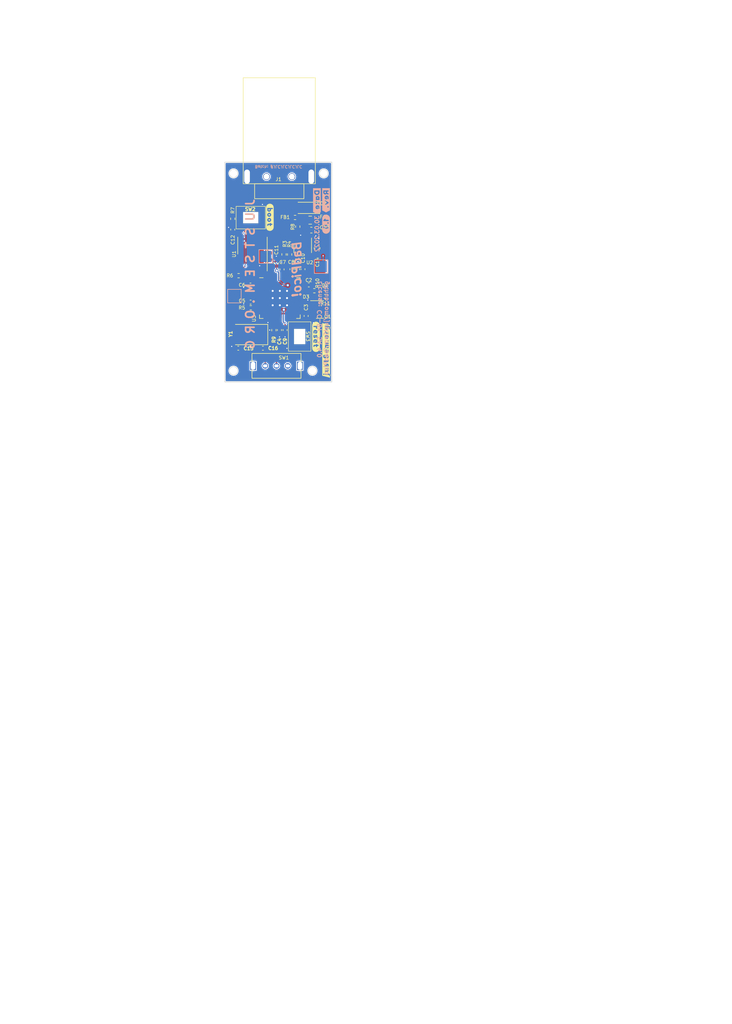
<source format=kicad_pcb>
(kicad_pcb (version 20211014) (generator pcbnew)
  (layers (0 "F.Cu" signal) (31 "B.Cu" signal) (34 "B.Paste" user) (35 "F.Paste" user) (36 "B.SilkS" user "B.Silkscreen") (37 "F.SilkS" user "F.Silkscreen") (38 "B.Mask" user) (39 "F.Mask" user) (44 "Edge.Cuts" user))
  (net 0 "")
  (net 1 "+3V3")
  (net 2 "GND")
  (net 3 "+1V1")
  (net 4 "Net-(C13-Pad1)")
  (net 5 "Net-(C15-Pad1)")
  (net 6 "Net-(C16-Pad1)")
  (net 7 "BUSPWR")
  (net 8 "Net-(D3-Pad2)")
  (net 9 "Net-(D4-Pad2)")
  (net 10 "Net-(F1-Pad2)")
  (net 11 "/USB_D-")
  (net 12 "/USB_D+")
  (net 13 "Net-(U3-Pad2)")
  (net 14 "Net-(R7-Pad1)")
  (net 15 "3V3_EN")
  (net 16 "Net-(R9-Pad2)")
  (net 17 "Net-(SW1-Pad2)")
  (net 18 "Net-(SW3-Pad1)")
  (net 49 "/GPIO24")
  (net 50 "/FLASH_SS")
  (net 51 "/GPIO25")
  (net 52 "/FLASH_IO1")
  (net 53 "/FLASH_IO2")
  (net 54 "/FLASH_IO0")
  (net 55 "/FLASH_CLK")
  (net 56 "/FLASH_IO3")
  (net 57 "Net-(Q1-Pad3)")
  (net 58 "/VBA_DIN")
  (net 59 "/PI_USB_D+")
  (net 60 "/PI_USB_D-")
  (footprint "Resistor_SMD:R_0402_1005Metric" (layer "F.Cu") (at 119.545 52.81)
    (fp_text reference "R10")
    (fp_text value "330")
  )
  (footprint "Capacitor_SMD:C_0402_1005Metric" (layer "F.Cu") (at 113.805 49.025 90)
    (fp_text reference "C7")
    (fp_text value "100nF")
  )
  (footprint "Capacitor_SMD:C_0402_1005Metric" (layer "F.Cu") (at 108.2 51.815 180)
    (fp_text reference "C6")
    (fp_text value "100nF")
  )
  (footprint "Resistor_SMD:R_0402_1005Metric" (layer "F.Cu") (at 112.365 59.8 90)
    (fp_text reference "R9")
    (fp_text value "1k")
  )
  (footprint "Button_Switch_THT:SW_DPDT_SK12D07VG4" (layer "F.Cu") (at 112.825 66.135)
    (fp_text reference "SW1")
    (fp_text value "ARM")
  )
  (footprint "LED_SMD:LED_0402_1005Metric" (layer "F.Cu") (at 119.555 53.855)
    (fp_text reference "D3")
    (fp_text value "LED")
  )
  (footprint "Resistor_SMD:R_0402_1005Metric" (layer "F.Cu") (at 115.16 46.385 90)
    (fp_text reference "R4")
    (fp_text value "27.4")
  )
  (footprint "ALPS:SW_SPST_ALPS_SKRKAEE020" (layer "F.Cu") (at 116.935 60.93 -90)
    (fp_text reference "SW3")
    (fp_text value "BOOT")
  )
  (footprint "Capacitor_SMD:C_0603_1608Metric" (layer "F.Cu") (at 119.01 42.06)
    (fp_text reference "C13")
    (fp_text value "10uF")
  )
  (footprint "Diode_SMD:D_SOD-123F" (layer "F.Cu") (at 118.3 38.115 180)
    (fp_text reference "D2")
    (fp_text value "1N4002")
  )
  (footprint "LED_SMD:LED_0402_1005Metric" (layer "F.Cu") (at 121.47 52.805 180)
    (fp_text reference "D4")
    (fp_text value "LED")
  )
  (footprint "RPi:RP2040-QFN-56" (layer "F.Cu") (at 113.42 54.115)
    (fp_text reference "U3")
    (fp_text value "RP2040")
  )
  (footprint "Capacitor_SMD:C_0402_1005Metric" (layer "F.Cu") (at 113.35 59.785 -90)
    (fp_text reference "C4")
    (fp_text value "100nF")
  )
  (footprint "Connector_USB:Male_Type-A-XKB-U217-041N-4BV81" (layer "F.Cu") (at 113.3 32.575 180)
    (fp_text reference "J1")
    (fp_text value "USB_A")
  )
  (footprint "Capacitor_SMD:C_0402_1005Metric" (layer "F.Cu") (at 118.555 51.78)
    (fp_text reference "C2")
    (fp_text value "100nF")
  )
  (footprint "Package_SON:WSON-8-1EP_6x5mm_P1.27mm_EP3.4x4mm" (layer "F.Cu") (at 108.56 46.305 90)
    (fp_text reference "U1")
    (fp_text value "W25Q128JVS")
  )
  (footprint "Resistor_SMD:R_0402_1005Metric" (layer "F.Cu") (at 116.115 39.815 180)
    (fp_text reference "R8")
    (fp_text value "100k")
  )
  (footprint "Capacitor_SMD:C_0402_1005Metric" (layer "F.Cu") (at 117.52 48.995 90)
    (fp_text reference "C10")
    (fp_text value "1uF")
  )
  (footprint "Capacitor_SMD:C_0402_1005Metric" (layer "F.Cu") (at 116.545 48.995 90)
    (fp_text reference "C1")
    (fp_text value "100nF")
  )
  (footprint "Graphics:jsorg-fs" (layer "F.Cu") (at 121.63 68.5675 90)
    (fp_text reference "")
    (fp_text value "")
  )
  (footprint "Package_TO_SOT_SMD:SOT-23-5" (layer "F.Cu") (at 117.48 45.265 -90)
    (fp_text reference "U2")
    (fp_text value "SPX3819M5-L-3-3")
  )
  (footprint "Capacitor_SMD:C_0402_1005Metric" (layer "F.Cu") (at 114.35 59.785 -90)
    (fp_text reference "C9")
    (fp_text value "100nF")
  )
  (footprint "Resistor_SMD:R_0402_1005Metric" (layer "F.Cu") (at 121.48 53.86 180)
    (fp_text reference "R11")
    (fp_text value "330")
  )
  (footprint "Capacitor_SMD:C_0603_1608Metric" (layer "F.Cu") (at 120.03 45.29 90)
    (fp_text reference "C14")
    (fp_text value "10uF")
  )
  (footprint "Resistor_SMD:R_0402_1005Metric" (layer "F.Cu") (at 116.605 41.44 90)
    (fp_text reference "FB1")
    (fp_text value "0402")
  )
  (footprint "Resistor_SMD:R_0402_1005Metric" (layer "F.Cu") (at 106.1 50.14 180)
    (fp_text reference "R6")
    (fp_text value "DNF")
  )
  (footprint "Capacitor_SMD:C_0402_1005Metric" (layer "F.Cu") (at 112.795 47.945 -90)
    (fp_text reference "C11")
    (fp_text value "1uF")
  )
  (footprint "Graphics:boot-lc-ca" (layer "F.Cu") (at 111.645 37.3825 -90)
    (fp_text reference "")
    (fp_text value "")
  )
  (footprint "Fuse:Fuse_0805_2012Metric" (layer "F.Cu") (at 118.81 40.29 180)
    (fp_text reference "F1")
    (fp_text value "0805L050WR")
  )
  (footprint "Capacitor_SMD:C_0402_1005Metric" (layer "F.Cu") (at 105.065 41.965 90)
    (fp_text reference "C12")
    (fp_text value "100nF")
  )
  (footprint "Resistor_SMD:R_0402_1005Metric" (layer "F.Cu") (at 114.155 46.375 90)
    (fp_text reference "R3")
    (fp_text value "27.4")
  )
  (footprint "Capacitor_SMD:C_0402_1005Metric" (layer "F.Cu") (at 108.225 54.83 180)
    (fp_text reference "C5")
    (fp_text value "100nF")
  )
  (footprint "ALPS:SW_SPST_ALPS_SKRKAEE020" (layer "F.Cu") (at 108.255 39.845 180)
    (fp_text reference "SW2")
    (fp_text value "BOOT")
  )
  (footprint "Resistor_SMD:R_0402_1005Metric" (layer "F.Cu") (at 108.25 55.84)
    (fp_text reference "R5")
    (fp_text value "330")
  )
  (footprint "Capacitor_SMD:C_0402_1005Metric" (layer "F.Cu") (at 110.41 63)
    (fp_text reference "C16")
    (fp_text value "32pF")
  )
  (footprint "Crystal:Crystal_SMD_5032-2Pin_5.0x3.2mm" (layer "F.Cu") (at 108.23 60.585 180)
    (fp_text reference "Y1")
    (fp_text value "Crystal")
  )
  (footprint "Resistor_SMD:R_0402_1005Metric" (layer "F.Cu") (at 105.07 40.05 -90)
    (fp_text reference "R7")
    (fp_text value "1k")
  )
  (footprint "Capacitor_SMD:C_0402_1005Metric" (layer "F.Cu") (at 106.04 63 180)
    (fp_text reference "C15")
    (fp_text value "32pF")
  )
  (footprint "Graphics:reset-lc-ca" (layer "F.Cu") (at 119.84 58.31 -90)
    (fp_text reference "")
    (fp_text value "")
  )
  (footprint "Capacitor_SMD:C_0402_1005Metric" (layer "F.Cu") (at 115.565 48.995 90)
    (fp_text reference "C8")
    (fp_text value "100nF")
  )
  (footprint "Capacitor_SMD:C_0402_1005Metric" (layer "F.Cu") (at 118.085 57.285 -90)
    (fp_text reference "C3")
    (fp_text value "100nF")
  )
  (footprint "Package_TO_SOT_SMD:SOT-23" (layer "F.Cu") (at 120.54 56.135)
    (fp_text reference "Q1")
    (fp_text value "Si2319CDS")
  )
  (footprint "TestPoint:TestPoint_Pad_2.0x2.0mm" (layer "B.Cu") (at 120.745 48.525 180)
    (fp_text reference "TP4" hide)
    (fp_text value "TestPoint")
  )
  (footprint "TestPoint:TestPoint_Pad_2.0x2.0mm" (layer "B.Cu") (at 110.92 46.735 180)
    (fp_text reference "TP3" hide)
    (fp_text value "TestPoint")
  )
  (footprint "TestPoint:TestPoint_Pad_2.0x2.0mm" (layer "B.Cu") (at 105.355 53.765 180)
    (fp_text reference "TP5" hide)
    (fp_text value "TestPoint")
  )
  (footprint "Graphics:date-cc-ha" (layer "B.Cu") (at 120 34.28 -90)
    (fp_text reference "")
    (fp_text value "")
  )
  (footprint "Graphics:rev-cc-ha" (layer "B.Cu") (at 121.615 34.2775 -90)
    (fp_text reference "")
    (fp_text value "")
  )
  (footprint "Graphics:r1_0-ca" (layer "B.Cu") (at 121.62 39.3075 -90)
    (fp_text reference "")
    (fp_text value "")
  )
  (gr_circle (center 121.205 32) (end 121.955 32) (layer "Edge.Cuts") (width 0.1) (fill none))
  (gr_circle (center 105.2 67) (end 105.95 67) (layer "Edge.Cuts") (width 0.1) (fill none))
  (gr_rect (start 103.65 30) (end 122.65 69) (layer "Edge.Cuts") (width 0.1) (fill none))
  (gr_circle (center 105.2 32) (end 105.95 32) (layer "Edge.Cuts") (width 0.1) (fill none))
  (gr_circle (center 119.205 67) (end 119.955 67) (layer "Edge.Cuts") (width 0.1) (fill none))
  (gr_text "J U S T S E M . O R G" (at 108.165 49.83 90) (layer "B.SilkS") (effects (font (size 1.5 1.5) (thickness 0.3)) (justify mirror)))
  (gr_text "License: CC-BY-SA 4.0" (at 120.48 57.885 90) (layer "B.SilkS") (effects (font (size 0.75 0.75)) (justify mirror)))
  (gr_text "30.03.2022" (at 120.03 42.705 90) (layer "B.SilkS") (effects (font (size 0.75 0.75)) (justify mirror)))
  (gr_text "BadPico!" (at 116.44 48.925 90) (layer "B.SilkS") (effects (font (size 1.5 1.5) (thickness 0.3) italic) (justify mirror)))
  (gr_text "github.com/justSem/badPico" (at 121.64 59.425 90) (layer "B.SilkS") (effects (font (size 0.75 0.75)) (justify mirror)))
  (gr_text "Batch: #JLCJLCJLCJLC" (at 113.19 30.81 180) (layer "B.SilkS") (effects (font (size 0.5 0.5) (thickness 0.1)) (justify mirror)))
  (segment (start 113.62 59.035) (end 113.35 59.305) (width 0.2) (layer "F.Cu") (net 1))
  (segment (start 113.785 49.785) (end 113.785 49.525) (width 0.15) (layer "F.Cu") (net 1))
  (segment (start 109.135 55.115) (end 108.99 55.115) (width 0.2) (layer "F.Cu") (net 1))
  (segment (start 113.62 57.5525) (end 113.62 59.035) (width 0.2) (layer "F.Cu") (net 1))
  (segment (start 109.135 55.34) (end 108.76 55.715) (width 0.2) (layer "F.Cu") (net 1))
  (segment (start 113.62 50.6775) (end 113.62 49.95) (width 0.15) (layer "F.Cu") (net 1))
  (segment (start 114.005 50.035) (end 113.805 49.835) (width 0.15) (layer "F.Cu") (net 1))
  (segment (start 109.135 55.115) (end 109.135 55.34) (width 0.2) (layer "F.Cu") (net 1))
  (segment (start 119.28 57.085) (end 119.6025 57.085) (width 0.2) (layer "F.Cu") (net 1))
  (segment (start 113.805 49.835) (end 113.805 49.505) (width 0.15) (layer "F.Cu") (net 1))
  (segment (start 108.76 55.715) (end 108.76 55.84) (width 0.2) (layer "F.Cu") (net 1))
  (segment (start 114.02 50.6775) (end 114.005 50.6625) (width 0.15) (layer "F.Cu") (net 1))
  (segment (start 108.99 55.115) (end 108.705 54.83) (width 0.2) (layer "F.Cu") (net 1))
  (segment (start 118.085 55.881415) (end 118.085 56.805) (width 0.2) (layer "F.Cu") (net 1))
  (segment (start 116.8575 55.115) (end 117.318585 55.115) (width 0.2) (layer "F.Cu") (net 1))
  (segment (start 113.785 49.525) (end 113.805 49.505) (width 0.15) (layer "F.Cu") (net 1))
  (segment (start 109.9825 55.115) (end 109.135 55.115) (width 0.2) (layer "F.Cu") (net 1))
  (segment (start 117.318585 55.115) (end 118.085 55.881415) (width 0.2) (layer "F.Cu") (net 1))
  (segment (start 113.62 49.95) (end 113.785 49.785) (width 0.15) (layer "F.Cu") (net 1))
  (segment (start 114.005 50.6625) (end 114.005 50.035) (width 0.15) (layer "F.Cu") (net 1))
  (segment (start 118.085 55.89) (end 119.28 57.085) (width 0.2) (layer "F.Cu") (net 1))
  (segment (start 118.085 55.881415) (end 118.085 55.89) (width 0.2) (layer "F.Cu") (net 1))
  (via (at 121.105 46.61) (size 0.4) (drill 0.2) (layers "F.Cu" "B.Cu") (net 1))
  (segment (start 121.105 46.61) (end 121.105 48.165) (width 0.3) (layer "B.Cu") (net 1))
  (segment (start 121.105 48.165) (end 120.745 48.525) (width 0.3) (layer "B.Cu") (net 1))
  (segment (start 119.445 51.78) (end 119.035 51.78) (width 0.2) (layer "F.Cu") (net 2))
  (segment (start 112.795 46.69) (end 112.8 46.685) (width 0.15) (layer "F.Cu") (net 2))
  (segment (start 112.795 47.465) (end 112.795 46.69) (width 0.15) (layer "F.Cu") (net 2))
  (segment (start 107.3 54.83) (end 107.745 54.83) (width 0.2) (layer "F.Cu") (net 2))
  (segment (start 119.81 43.07) (end 119.81 42.085) (width 0.2) (layer "F.Cu") (net 2))
  (segment (start 107.72 51.815) (end 107.38 51.815) (width 0.2) (layer "F.Cu") (net 2))
  (segment (start 112.42 57.978229) (end 112.42 57.5525) (width 0.15) (layer "F.Cu") (net 2))
  (segment (start 113.73 47.73) (end 113.805 47.805) (width 0.15) (layer "F.Cu") (net 2))
  (segment (start 113.35 60.265) (end 113.35 60.995) (width 0.2) (layer "F.Cu") (net 2))
  (segment (start 111.31 58.445) (end 111.953229 58.445) (width 0.15) (layer "F.Cu") (net 2))
  (segment (start 107.38 51.815) (end 106.985 52.21) (width 0.2) (layer "F.Cu") (net 2))
  (segment (start 105.065 41.485) (end 104.975 41.575) (width 0.2) (layer "F.Cu") (net 2))
  (segment (start 121.625 52.06) (end 121.955 52.39) (width 0.2) (layer "F.Cu") (net 2))
  (segment (start 110.4225 48.9675) (end 109.835 48.38) (width 0.15) (layer "F.Cu") (net 2))
  (segment (start 121.625 52.06) (end 119.725 52.06) (width 0.2) (layer "F.Cu") (net 2))
  (segment (start 120.03 43.855) (end 120.315 43.57) (width 0.2) (layer "F.Cu") (net 2))
  (segment (start 116.935 63.03) (end 114.68 63.03) (width 0.15) (layer "F.Cu") (net 2))
  (segment (start 107.6 33.0725) (end 107.6 32.575) (width 0.3) (layer "F.Cu") (net 2))
  (segment (start 116.585 48.475) (end 116.545 48.515) (width 0.15) (layer "F.Cu") (net 2))
  (segment (start 117.48 43.335) (end 117.11 42.965) (width 0.2) (layer "F.Cu") (net 2))
  (segment (start 117.48 44.1275) (end 117.48 43.335) (width 0.2) (layer "F.Cu") (net 2))
  (segment (start 118.655 57.765) (end 119.375 58.485) (width 0.2) (layer "F.Cu") (net 2))
  (segment (start 111.953229 58.445) (end 112.42 57.978229) (width 0.15) (layer "F.Cu") (net 2))
  (segment (start 110.465 48.9675) (end 110.4225 48.9675) (width 0.15) (layer "F.Cu") (net 2))
  (segment (start 110.465 48.9675) (end 110.465 48.21) (width 0.15) (layer "F.Cu") (net 2))
  (segment (start 118.385 54.46) (end 118.465 54.46) (width 0.2) (layer "F.Cu") (net 2))
  (segment (start 120.03 44.515) (end 120.03 43.855) (width 0.2) (layer "F.Cu") (net 2))
  (segment (start 107 55.13) (end 107.3 54.83) (width 0.2) (layer "F.Cu") (net 2))
  (segment (start 115.565 48.515) (end 117.52 48.515) (width 0.15) (layer "F.Cu") (net 2))
  (segment (start 113.805 47.805) (end 113.805 48.545) (width 0.15) (layer "F.Cu") (net 2))
  (segment (start 104.975 41.575) (end 104.315 41.575) (width 0.2) (layer "F.Cu") (net 2))
  (segment (start 109.7125 35.185) (end 107.6 33.0725) (width 0.3) (layer "F.Cu") (net 2))
  (segment (start 113.35 60.995) (end 113.36 61.005) (width 0.2) (layer "F.Cu") (net 2))
  (segment (start 110.465 48.21) (end 108.56 46.305) (width 0.15) (layer "F.Cu") (net 2))
  (segment (start 118.085 57.765) (end 118.655 57.765) (width 0.2) (layer "F.Cu") (net 2))
  (segment (start 116.585 47.655) (end 116.585 48.475) (width 0.15) (layer "F.Cu") (net 2))
  (segment (start 114.35 60.265) (end 114.35 60.99) (width 0.2) (layer "F.Cu") (net 2))
  (segment (start 110.355 37.535) (end 110.355 39.845) (width 0.15) (layer "F.Cu") (net 2))
  (segment (start 110.33 37.51) (end 110.355 37.535) (width 0.15) (layer "F.Cu") (net 2))
  (segment (start 119.725 52.06) (end 119.445 51.78) (width 0.2) (layer "F.Cu") (net 2))
  (segment (start 118.465 54.46) (end 119.07 53.855) (width 0.2) (layer "F.Cu") (net 2))
  (segment (start 114.35 60.99) (end 114.34 61) (width 0.2) (layer "F.Cu") (net 2))
  (segment (start 119.81 42.085) (end 119.785 42.06) (width 0.2) (layer "F.Cu") (net 2))
  (segment (start 121.955 52.39) (end 121.955 52.805) (width 0.2) (layer "F.Cu") (net 2))
  (via (at 120.315 43.57) (size 0.4) (drill 0.2) (layers "F.Cu" "B.Cu") (net 2))
  (via (at 107 55.13) (size 0.4) (drill 0.2) (layers "F.Cu" "B.Cu") (net 2))
  (via (at 113.36 61.005) (size 0.4) (drill 0.2) (layers "F.Cu" "B.Cu") (net 2))
  (via (at 104.875 62.685) (size 0.4) (drill 0.2) (layers "F.Cu" "B.Cu") (net 2))
  (via (at 116.585 47.655) (size 0.4) (drill 0.2) (layers "F.Cu" "B.Cu") (net 2))
  (via (at 111.615 62.695) (size 0.4) (drill 0.2) (layers "F.Cu" "B.Cu") (net 2))
  (via (at 110.33 37.51) (size 0.4) (drill 0.2) (layers "F.Cu" "B.Cu") (net 2))
  (via (at 104.315 41.575) (size 0.4) (drill 0.2) (layers "F.Cu" "B.Cu") (net 2))
  (via (at 121.625 52.06) (size 0.4) (drill 0.2) (layers "F.Cu" "B.Cu") (net 2))
  (via (at 111.31 58.445) (size 0.4) (drill 0.2) (layers "F.Cu" "B.Cu") (net 2))
  (via (at 111.615 59.785) (size 0.4) (drill 0.2) (layers "F.Cu" "B.Cu") (net 2))
  (via (at 117.11 42.965) (size 0.4) (drill 0.2) (layers "F.Cu" "B.Cu") (net 2))
  (via (at 106.985 52.21) (size 0.4) (drill 0.2) (layers "F.Cu" "B.Cu") (net 2))
  (via (at 112.8 46.685) (size 0.4) (drill 0.2) (layers "F.Cu" "B.Cu") (net 2))
  (via (at 114.68 63.03) (size 0.4) (drill 0.2) (layers "F.Cu" "B.Cu") (net 2))
  (via (at 114.34 61) (size 0.4) (drill 0.2) (layers "F.Cu" "B.Cu") (net 2))
  (via (at 118.385 54.46) (size 0.4) (drill 0.2) (layers "F.Cu" "B.Cu") (net 2))
  (via (at 108.135 62.76) (size 0.4) (drill 0.2) (layers "F.Cu" "B.Cu") (net 2))
  (via (at 109.835 48.38) (size 0.4) (drill 0.2) (layers "F.Cu" "B.Cu") (net 2))
  (via (at 113.73 47.73) (size 0.4) (drill 0.2) (layers "F.Cu" "B.Cu") (net 2))
  (via (at 119.375 58.485) (size 0.4) (drill 0.2) (layers "F.Cu" "B.Cu") (net 2))
  (via (at 119.81 43.07) (size 0.4) (drill 0.2) (layers "F.Cu" "B.Cu") (net 2))
  (segment (start 115.22 50.6775) (end 115.22 49.82) (width 0.2) (layer "F.Cu") (net 3))
  (segment (start 114.35 58.605) (end 114.35 59.305) (width 0.2) (layer "F.Cu") (net 3))
  (segment (start 114.35 59.305) (end 114.35 58.66) (width 0.2) (layer "F.Cu") (net 3))
  (segment (start 112.86 49.07) (end 112.86 48.49) (width 0.2) (layer "F.Cu") (net 3))
  (segment (start 112.86 49.07) (end 112.86 49.235) (width 0.2) (layer "F.Cu") (net 3))
  (segment (start 112.86 49.235) (end 112.859464 49.235536) (width 0.15) (layer "F.Cu") (net 3))
  (segment (start 114.02 58.33) (end 114.02 57.5525) (width 0.2) (layer "F.Cu") (net 3))
  (segment (start 114.825 51.835) (end 115.22 51.44) (width 0.2) (layer "F.Cu") (net 3))
  (segment (start 114.35 58.66) (end 114.02 58.33) (width 0.2) (layer "F.Cu") (net 3))
  (segment (start 113.22 49.596072) (end 113.22 50.6775) (width 0.2) (layer "F.Cu") (net 3))
  (segment (start 112.86 48.49) (end 112.795 48.425) (width 0.2) (layer "F.Cu") (net 3))
  (segment (start 115.22 51.44) (end 115.22 50.6775) (width 0.2) (layer "F.Cu") (net 3))
  (segment (start 112.859464 49.235536) (end 113.22 49.596072) (width 0.2) (layer "F.Cu") (net 3))
  (segment (start 115.22 49.82) (end 115.565 49.475) (width 0.2) (layer "F.Cu") (net 3))
  (via (at 114.12 56.185) (size 0.6) (drill 0.35) (layers "F.Cu" "B.Cu") (net 3))
  (via (at 112.859464 49.235536) (size 0.6) (drill 0.35) (layers "F.Cu" "B.Cu") (net 3))
  (via (at 114.35 58.605) (size 0.4) (drill 0.2) (layers "F.Cu" "B.Cu") (net 3))
  (via (at 114.825 51.835) (size 0.6) (drill 0.35) (layers "F.Cu" "B.Cu") (net 3))
  (segment (start 111.5 46.735) (end 110.92 46.735) (width 0.15) (layer "B.Cu") (net 3))
  (segment (start 112.859464 49.235536) (end 113.215 49.591072) (width 0.2) (layer "B.Cu") (net 3))
  (segment (start 114.35 58.605) (end 114.02 58.275) (width 0.2) (layer "B.Cu") (net 3))
  (segment (start 113.215 49.591072) (end 113.215 50.945) (width 0.2) (layer "B.Cu") (net 3))
  (segment (start 112.859464 49.235536) (end 112.859464 48.094464) (width 0.15) (layer "B.Cu") (net 3))
  (segment (start 114.02 56.285) (end 114.12 56.185) (width 0.2) (layer "B.Cu") (net 3))
  (segment (start 114.105 51.835) (end 114.825 51.835) (width 0.2) (layer "B.Cu") (net 3))
  (segment (start 113.215 50.945) (end 114.105 51.835) (width 0.2) (layer "B.Cu") (net 3))
  (segment (start 112.859464 48.094464) (end 111.5 46.735) (width 0.15) (layer "B.Cu") (net 3))
  (segment (start 114.02 58.275) (end 114.02 56.285) (width 0.2) (layer "B.Cu") (net 3))
  (segment (start 116.605 41.95) (end 118.125 41.95) (width 0.5) (layer "F.Cu") (net 4))
  (segment (start 118.125 41.95) (end 118.235 42.06) (width 0.5) (layer "F.Cu") (net 4))
  (segment (start 118.43 42.255) (end 118.235 42.06) (width 0.6) (layer "F.Cu") (net 4))
  (segment (start 118.43 44.1275) (end 118.43 42.255) (width 0.6) (layer "F.Cu") (net 4))
  (segment (start 106.38 62.86) (end 106.52 63) (width 0.15) (layer "F.Cu") (net 5))
  (segment (start 112.82 58.001815) (end 111.896815 58.925) (width 0.15) (layer "F.Cu") (net 5))
  (segment (start 108.04 58.925) (end 106.38 60.585) (width 0.15) (layer "F.Cu") (net 5))
  (segment (start 112.82 57.5525) (end 112.82 58.001815) (width 0.15) (layer "F.Cu") (net 5))
  (segment (start 111.896815 58.925) (end 108.04 58.925) (width 0.15) (layer "F.Cu") (net 5))
  (segment (start 106.38 60.585) (end 106.38 62.86) (width 0.15) (layer "F.Cu") (net 5))
  (segment (start 110.08 60.585) (end 110.08 62.85) (width 0.15) (layer "F.Cu") (net 6))
  (segment (start 112.09 60.585) (end 110.08 60.585) (width 0.15) (layer "F.Cu") (net 6))
  (segment (start 112.365 60.31) (end 112.09 60.585) (width 0.15) (layer "F.Cu") (net 6))
  (segment (start 110.08 62.85) (end 109.93 63) (width 0.15) (layer "F.Cu") (net 6))
  (segment (start 119.7 38.115) (end 118.82548 38.98952) (width 0.3) (layer "F.Cu") (net 7))
  (segment (start 119.7525 38.1675) (end 119.7525 40.22) (width 1) (layer "F.Cu") (net 7))
  (segment (start 117.45048 38.98952) (end 116.625 39.815) (width 0.3) (layer "F.Cu") (net 7))
  (segment (start 118.82548 38.98952) (end 117.45048 38.98952) (width 0.3) (layer "F.Cu") (net 7))
  (segment (start 119.7 38.115) (end 119.7525 38.1675) (width 1) (layer "F.Cu") (net 7))
  (segment (start 120.97 53.86) (end 120.045 53.86) (width 0.2) (layer "F.Cu") (net 8))
  (segment (start 120.045 53.86) (end 120.04 53.855) (width 0.2) (layer "F.Cu") (net 8))
  (segment (start 120.055 52.81) (end 120.98 52.81) (width 0.2) (layer "F.Cu") (net 9))
  (segment (start 120.98 52.81) (end 120.985 52.805) (width 0.2) (layer "F.Cu") (net 9))
  (segment (start 117.8725 40.29) (end 117.245 40.29) (width 0.5) (layer "F.Cu") (net 10))
  (segment (start 117.245 40.29) (end 116.605 40.93) (width 0.5) (layer "F.Cu") (net 10))
  (segment (start 115.1275 42.770748) (end 115.1275 45.8425) (width 0.8) (layer "F.Cu") (net 11))
  (segment (start 113.775 41.418248) (end 115.1275 42.770748) (width 0.8) (layer "F.Cu") (net 11))
  (segment (start 113.775 35.71) (end 113.775 41.418248) (width 0.8) (layer "F.Cu") (net 11))
  (segment (start 114.3 35.185) (end 113.775 35.71) (width 0.8) (layer "F.Cu") (net 11))
  (segment (start 115.1275 45.8425) (end 115.16 45.875) (width 0.8) (layer "F.Cu") (net 11))
  (segment (start 114.1775 45.8425) (end 114.155 45.865) (width 0.8) (layer "F.Cu") (net 12))
  (segment (start 112.825 35.71) (end 112.825 41.811752) (width 0.8) (layer "F.Cu") (net 12))
  (segment (start 112.3 35.185) (end 112.825 35.71) (width 0.8) (layer "F.Cu") (net 12))
  (segment (start 112.825 41.811752) (end 114.1775 43.164252) (width 0.8) (layer "F.Cu") (net 12))
  (segment (start 114.1775 43.164252) (end 114.1775 45.8425) (width 0.8) (layer "F.Cu") (net 12))
  (segment (start 104.80558 63.89952) (end 109.635 63.89952) (width 0.15) (layer "F.Cu") (net 13))
  (segment (start 109.635 63.89952) (end 110.825 65.08952) (width 0.15) (layer "F.Cu") (net 13))
  (segment (start 104.025481 63.119421) (end 104.80558 63.89952) (width 0.15) (layer "F.Cu") (net 13))
  (segment (start 109.555 51.915) (end 104.025481 57.444519) (width 0.15) (layer "F.Cu") (net 13))
  (segment (start 110.825 65.08952) (end 110.825 66.135) (width 0.15) (layer "F.Cu") (net 13))
  (segment (start 109.9825 51.915) (end 109.555 51.915) (width 0.15) (layer "F.Cu") (net 13))
  (segment (start 104.025481 57.444519) (end 104.025481 63.119421) (width 0.15) (layer "F.Cu") (net 13))
  (segment (start 105.375 39.845) (end 106.155 39.845) (width 0.15) (layer "F.Cu") (net 14))
  (segment (start 105.07 39.54) (end 105.375 39.845) (width 0.15) (layer "F.Cu") (net 14))
  (segment (start 115.96 42.305) (end 116.53 42.875) (width 0.3) (layer "F.Cu") (net 15))
  (segment (start 115.96 40.17) (end 115.96 42.305) (width 0.3) (layer "F.Cu") (net 15))
  (segment (start 116.53 42.875) (end 116.53 44.1275) (width 0.3) (layer "F.Cu") (net 15))
  (segment (start 115.605 39.815) (end 115.96 40.17) (width 0.3) (layer "F.Cu") (net 15))
  (segment (start 113.22 58.46) (end 112.39 59.29) (width 0.15) (layer "F.Cu") (net 16))
  (segment (start 113.22 57.5525) (end 113.22 58.46) (width 0.15) (layer "F.Cu") (net 16))
  (segment (start 112.39 59.29) (end 112.365 59.29) (width 0.15) (layer "F.Cu") (net 16))
  (segment (start 106.09 55.84) (end 104.35 57.58) (width 0.2) (layer "F.Cu") (net 17))
  (segment (start 104.94 63.575) (end 111.275 63.575) (width 0.2) (layer "F.Cu") (net 17))
  (segment (start 112.825 65.125) (end 112.825 66.135) (width 0.2) (layer "F.Cu") (net 17))
  (segment (start 107.74 55.84) (end 106.09 55.84) (width 0.2) (layer "F.Cu") (net 17))
  (segment (start 104.35 57.58) (end 104.35 62.985) (width 0.2) (layer "F.Cu") (net 17))
  (segment (start 104.35 62.985) (end 104.94 63.575) (width 0.2) (layer "F.Cu") (net 17))
  (segment (start 111.275 63.575) (end 112.825 65.125) (width 0.2) (layer "F.Cu") (net 17))
  (segment (start 116.071771 58.83) (end 116.935 58.83) (width 0.15) (layer "F.Cu") (net 18))
  (segment (start 115.22 57.978229) (end 116.071771 58.83) (width 0.15) (layer "F.Cu") (net 18))
  (segment (start 115.22 57.5525) (end 115.22 57.978229) (width 0.15) (layer "F.Cu") (net 18))
  (segment (start 117.79 54.155) (end 117.79 54.775) (width 0.2) (layer "F.Cu") (net 49))
  (segment (start 117.79 54.775) (end 118.2 55.185) (width 0.2) (layer "F.Cu") (net 49))
  (segment (start 118.2 55.185) (end 119.6025 55.185) (width 0.2) (layer "F.Cu") (net 49))
  (segment (start 116.8575 53.915) (end 117.55 53.915) (width 0.2) (layer "F.Cu") (net 49))
  (segment (start 117.55 53.915) (end 117.79 54.155) (width 0.2) (layer "F.Cu") (net 49))
  (segment (start 110.82 50.4) (end 110.61904 50.19904) (width 0.15) (layer "F.Cu") (net 50))
  (segment (start 110.61904 50.19904) (end 108.732954 50.19904) (width 0.15) (layer "F.Cu") (net 50))
  (segment (start 106.485 41.145) (end 105.655 41.145) (width 0.15) (layer "F.Cu") (net 50))
  (segment (start 106.61 49.0125) (end 106.655 48.9675) (width 0.15) (layer "F.Cu") (net 50))
  (segment (start 107.15 42.585) (end 107.15 41.81) (width 0.15) (layer "F.Cu") (net 50))
  (segment (start 106.7175 48.9675) (end 106.655 48.9675) (width 0.15) (layer "F.Cu") (net 50))
  (segment (start 105.655 41.145) (end 105.07 40.56) (width 0.15) (layer "F.Cu") (net 50))
  (segment (start 106.61 50.14) (end 106.61 49.0125) (width 0.15) (layer "F.Cu") (net 50))
  (segment (start 108.732954 50.19904) (end 108.123914 49.59) (width 0.15) (layer "F.Cu") (net 50))
  (segment (start 107.265 48.42) (end 106.7175 48.9675) (width 0.15) (layer "F.Cu") (net 50))
  (segment (start 107.15 41.81) (end 106.485 41.145) (width 0.15) (layer "F.Cu") (net 50))
  (segment (start 106.8175 48.9675) (end 106.655 48.9675) (width 0.15) (layer "F.Cu") (net 50))
  (segment (start 108.123914 49.59) (end 107.44 49.59) (width 0.15) (layer "F.Cu") (net 50))
  (segment (start 110.82 50.6775) (end 110.82 50.4) (width 0.15) (layer "F.Cu") (net 50))
  (segment (start 107.44 49.59) (end 106.8175 48.9675) (width 0.15) (layer "F.Cu") (net 50))
  (via (at 107.15 42.585) (size 0.4) (drill 0.2) (layers "F.Cu" "B.Cu") (net 50))
  (via (at 107.265 48.42) (size 0.4) (drill 0.2) (layers "F.Cu" "B.Cu") (net 50))
  (segment (start 107.265 42.7) (end 107.15 42.585) (width 0.15) (layer "B.Cu") (net 50))
  (segment (start 107.265 48.42) (end 107.265 42.7) (width 0.15) (layer "B.Cu") (net 50))
  (segment (start 117.318585 53.515) (end 118.013585 52.82) (width 0.2) (layer "F.Cu") (net 51))
  (segment (start 119.025 52.82) (end 119.035 52.81) (width 0.2) (layer "F.Cu") (net 51))
  (segment (start 116.8575 53.515) (end 117.318585 53.515) (width 0.2) (layer "F.Cu") (net 51))
  (segment (start 118.013585 52.82) (end 119.025 52.82) (width 0.2) (layer "F.Cu") (net 51))
  (segment (start 111.22 50.033586) (end 111.085934 49.89952) (width 0.15) (layer "F.Cu") (net 52))
  (segment (start 111.085934 49.89952) (end 108.85702 49.89952) (width 0.15) (layer "F.Cu") (net 52))
  (segment (start 108.85702 49.89952) (end 107.925 48.9675) (width 0.15) (layer "F.Cu") (net 52))
  (segment (start 111.22 50.6775) (end 111.22 50.033586) (width 0.15) (layer "F.Cu") (net 52))
  (segment (start 111.62 50.6775) (end 111.62 50.01) (width 0.15) (layer "F.Cu") (net 53))
  (segment (start 111.62 50.01) (end 111.21 49.6) (width 0.15) (layer "F.Cu") (net 53))
  (segment (start 109.8275 49.6) (end 109.195 48.9675) (width 0.15) (layer "F.Cu") (net 53))
  (segment (start 111.21 49.6) (end 109.8275 49.6) (width 0.15) (layer "F.Cu") (net 53))
  (segment (start 110.93952 44.11702) (end 110.465 43.6425) (width 0.15) (layer "F.Cu") (net 54))
  (segment (start 112.02 49.985) (end 110.93952 48.90452) (width 0.15) (layer "F.Cu") (net 54))
  (segment (start 112.02 50.6775) (end 112.02 49.985) (width 0.15) (layer "F.Cu") (net 54))
  (segment (start 110.93952 48.90452) (end 110.93952 44.11702) (width 0.15) (layer "F.Cu") (net 54))
  (segment (start 111.615 45.82) (end 111.44 45.82) (width 0.15) (layer "F.Cu") (net 55))
  (segment (start 111.915 48.67) (end 111.915 48.37) (width 0.15) (layer "F.Cu") (net 55))
  (segment (start 111.265 46.845) (end 111.265 46.595) (width 0.15) (layer "F.Cu") (net 55))
  (segment (start 111.615 45.045) (end 111.615 44.175024) (width 0.15) (layer "F.Cu") (net 55))
  (segment (start 111.765 45.82) (end 111.615 45.82) (width 0.15) (layer "F.Cu") (net 55))
  (segment (start 111.615 43.45692) (end 110.81308 42.655) (width 0.15) (layer "F.Cu") (net 55))
  (segment (start 111.44 47.62) (end 111.615 47.62) (width 0.15) (layer "F.Cu") (net 55))
  (segment (start 111.615 44.175024) (end 111.615 43.45692) (width 0.15) (layer "F.Cu") (net 55))
  (segment (start 111.765 47.02) (end 111.615 47.02) (width 0.15) (layer "F.Cu") (net 55))
  (segment (start 111.615 48.22) (end 111.44 48.22) (width 0.15) (layer "F.Cu") (net 55))
  (segment (start 112.42 49.961414) (end 111.673578 49.214992) (width 0.15) (layer "F.Cu") (net 55))
  (segment (start 111.615 47.62) (end 111.765 47.62) (width 0.15) (layer "F.Cu") (net 55))
  (segment (start 111.615 46.42) (end 111.765 46.42) (width 0.15) (layer "F.Cu") (net 55))
  (segment (start 111.615 47.02) (end 111.44 47.02) (width 0.15) (layer "F.Cu") (net 55))
  (segment (start 111.915 47.47) (end 111.915 47.17) (width 0.15) (layer "F.Cu") (net 55))
  (segment (start 111.915 46.27) (end 111.915 45.97) (width 0.15) (layer "F.Cu") (net 55))
  (segment (start 111.765 48.22) (end 111.615 48.22) (width 0.15) (layer "F.Cu") (net 55))
  (segment (start 111.615 49.073571) (end 111.615 48.97) (width 0.15) (layer "F.Cu") (net 55))
  (segment (start 111.44 46.42) (end 111.615 46.42) (width 0.15) (layer "F.Cu") (net 55))
  (segment (start 111.265 45.645) (end 111.265 45.395) (width 0.15) (layer "F.Cu") (net 55))
  (segment (start 109.63 42.655) (end 109.195 43.09) (width 0.15) (layer "F.Cu") (net 55))
  (segment (start 110.81308 42.655) (end 109.63 42.655) (width 0.15) (layer "F.Cu") (net 55))
  (segment (start 112.42 50.6775) (end 112.42 49.961414) (width 0.15) (layer "F.Cu") (net 55))
  (segment (start 111.265 48.045) (end 111.265 47.795) (width 0.15) (layer "F.Cu") (net 55))
  (segment (start 109.195 43.09) (end 109.195 43.6425) (width 0.15) (layer "F.Cu") (net 55))
  (arc (start 111.765 46.42) (mid 111.871066 46.376066) (end 111.915 46.27) (width 0.15) (layer "F.Cu") (net 55))
  (arc (start 111.44 45.22) (mid 111.563744 45.168744) (end 111.615 45.045) (width 0.15) (layer "F.Cu") (net 55))
  (arc (start 111.44 45.82) (mid 111.316256 45.768744) (end 111.265 45.645) (width 0.15) (layer "F.Cu") (net 55))
  (arc (start 111.44 47.02) (mid 111.316256 46.968744) (end 111.265 46.845) (width 0.15) (layer "F.Cu") (net 55))
  (arc (start 111.615 49.073571) (mid 111.630224 49.150107) (end 111.673578 49.214992) (width 0.15) (layer "F.Cu") (net 55))
  (arc (start 111.44 48.22) (mid 111.316256 48.168744) (end 111.265 48.045) (width 0.15) (layer "F.Cu") (net 55))
  (arc (start 111.265 47.795) (mid 111.316256 47.671256) (end 111.44 47.62) (width 0.15) (layer "F.Cu") (net 55))
  (arc (start 111.915 45.97) (mid 111.871066 45.863934) (end 111.765 45.82) (width 0.15) (layer "F.Cu") (net 55))
  (arc (start 111.915 48.37) (mid 111.871066 48.263934) (end 111.765 48.22) (width 0.15) (layer "F.Cu") (net 55))
  (arc (start 111.765 47.62) (mid 111.871066 47.576066) (end 111.915 47.47) (width 0.15) (layer "F.Cu") (net 55))
  (arc (start 111.615 48.97) (mid 111.658934 48.863934) (end 111.765 48.82) (width 0.15) (layer "F.Cu") (net 55))
  (arc (start 111.915 47.17) (mid 111.871066 47.063934) (end 111.765 47.02) (width 0.15) (layer "F.Cu") (net 55))
  (arc (start 111.765 48.82) (mid 111.871066 48.776066) (end 111.915 48.67) (width 0.15) (layer "F.Cu") (net 55))
  (arc (start 111.265 45.395) (mid 111.316256 45.271256) (end 111.44 45.22) (width 0.15) (layer "F.Cu") (net 55))
  (arc (start 111.265 46.595) (mid 111.316256 46.471256) (end 111.44 46.42) (width 0.15) (layer "F.Cu") (net 55))
  (segment (start 112.82 50.6775) (end 112.82 49.937828) (width 0.15) (layer "F.Cu") (net 56))
  (segment (start 112.225 49.342828) (end 112.225 43.643334) (width 0.15) (layer "F.Cu") (net 56))
  (segment (start 110.926666 42.345) (end 109.2225 42.345) (width 0.15) (layer "F.Cu") (net 56))
  (segment (start 112.225 43.643334) (end 110.926666 42.345) (width 0.15) (layer "F.Cu") (net 56))
  (segment (start 109.2225 42.345) (end 107.925 43.6425) (width 0.15) (layer "F.Cu") (net 56))
  (segment (start 112.82 49.937828) (end 112.225 49.342828) (width 0.15) (layer "F.Cu") (net 56))
  (segment (start 121.48 54.37) (end 121.99 53.86) (width 0.2) (layer "F.Cu") (net 57))
  (segment (start 121.48 56.1325) (end 121.48 54.37) (width 0.2) (layer "F.Cu") (net 57))
  (segment (start 121.4775 56.135) (end 121.48 56.1325) (width 0.2) (layer "F.Cu") (net 57))
  (segment (start 116.9 35.285) (end 116.9 38.115) (width 1) (layer "F.Cu") (net 58))
  (segment (start 116.8 35.185) (end 116.9 35.285) (width 1) (layer "F.Cu") (net 58))
  (segment (start 114.519999 50.151772) (end 114.49548 50.176291) (width 0.15) (layer "F.Cu") (net 59))
  (segment (start 114.512499 48.324133) (end 114.519999 48.331633) (width 0.15) (layer "F.Cu") (net 59))
  (segment (start 114.519999 48.331633) (end 114.519999 50.151772) (width 0.15) (layer "F.Cu") (net 59))
  (segment (start 114.49548 50.60202) (end 114.42 50.6775) (width 0.15) (layer "F.Cu") (net 59))
  (segment (start 114.512499 47.242499) (end 114.512499 48.324133) (width 0.15) (layer "F.Cu") (net 59))
  (segment (start 114.155 46.885) (end 114.512499 47.242499) (width 0.15) (layer "F.Cu") (net 59))
  (segment (start 114.49548 50.176291) (end 114.49548 50.60202) (width 0.15) (layer "F.Cu") (net 59))
  (segment (start 114.812501 47.242499) (end 115.16 46.895) (width 0.15) (layer "F.Cu") (net 60))
  (segment (start 114.82 48.207366) (end 114.812501 48.199867) (width 0.15) (layer "F.Cu") (net 60))
  (segment (start 114.812501 48.199867) (end 114.812501 47.242499) (width 0.15) (layer "F.Cu") (net 60))
  (segment (start 114.82 50.6775) (end 114.82 48.207366) (width 0.15) (layer "F.Cu") (net 60))
  (zone (net 1) (net_name "+3V3") (layer "F.Cu") (connect_pads yes (clearance 0.15)) (min_thickness 0.15) (fill yes (thermal_gap 0.3) (thermal_bridge_width 0.3))
    (polygon (pts (xy 116.98 57.655) (xy 109.875 57.66) (xy 109.875 50.555) (xy 116.99 50.555)))
  )
  (zone (net 1) (net_name "+3V3") (layer "F.Cu") (connect_pads yes (clearance 0.15)) (min_thickness 0.15) (fill yes (thermal_gap 0.3) (thermal_bridge_width 0.3))
    (polygon (pts (xy 121.5 52.28) (xy 115.955 52.28) (xy 115.955 47.915) (xy 117.135 47.925) (xy 117.135 45.24) (xy 121.51 45.23)))
  )
  (zone (net 3) (net_name "+1V1") (layer "F.Cu") (priority 1) (connect_pads (clearance 0.15)) (min_thickness 0.2) (fill yes (thermal_gap 0.2) (thermal_bridge_width 0.2))
    (polygon (pts (xy 115.42 52.495) (xy 111.81 52.495) (xy 111.81 55.715) (xy 115.005 55.72) (xy 115.005 56.345) (xy 114.47 56.345) (xy 114.47 56.545) (xy 113.775 56.545) (xy 113.775 56.345) (xy 111.245 56.345) (xy 111.245 51.965) (xy 114.22 51.965) (xy 114.22 51.275) (xy 115.42 51.275)))
  )
  (zone (net 2) (net_name "GND") (layer "F.Cu") (connect_pads yes (clearance 0.15)) (min_thickness 0.15) (fill yes (thermal_gap 0.3) (thermal_bridge_width 0.3))
    (polygon (pts (xy 111.895 62.97) (xy 104.65 62.955) (xy 104.65 58.355) (xy 111.895 58.355)))
  )
  (zone (net 1) (net_name "+3V3") (layer "F.Cu") (connect_pads (clearance 0.15)) (min_thickness 0.2) (fill yes (thermal_gap 0.3) (thermal_bridge_width 0.3))
    (polygon (pts (xy 110.651806 49.867303) (xy 110.66 49.87) (xy 110.655 51.615) (xy 109.305 51.62) (xy 109.304986 51.941134) (xy 104.188537 51.929701) (xy 104.170554 42.084963) (xy 110.66236 42.082266)))
  )
  (zone (net 2) (net_name "GND") (layer "B.Cu") (connect_pads yes (clearance 0.15)) (min_thickness 0.254) (fill yes (thermal_gap 0.508) (thermal_bridge_width 0.508))
    (polygon (pts (xy 64.145 1.265) (xy 193.69 1.265) (xy 193.565 182.905) (xy 63.75 182.905) (xy 64.09 1.245)))
  )
)
</source>
